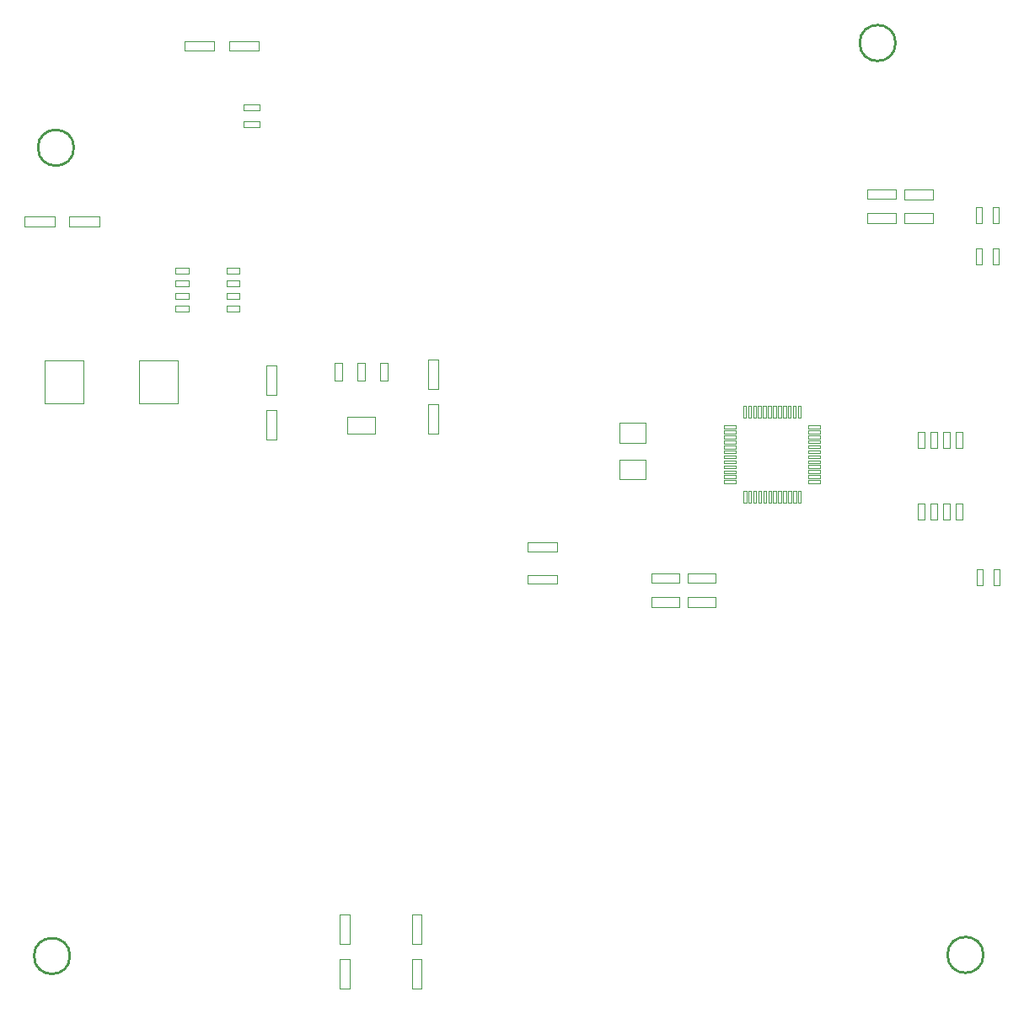
<source format=gm1>
G04*
G04 #@! TF.GenerationSoftware,Altium Limited,Altium Designer,21.0.8 (223)*
G04*
G04 Layer_Color=16711935*
%FSTAX24Y24*%
%MOIN*%
G70*
G04*
G04 #@! TF.SameCoordinates,802AE027-55FB-4EE0-B797-8BAC3B94A1FA*
G04*
G04*
G04 #@! TF.FilePolarity,Positive*
G04*
G01*
G75*
%ADD10C,0.0100*%
%ADD13C,0.0039*%
%ADD143C,0.0012*%
%ADD144C,0.0020*%
D10*
X012308Y012047D02*
G03*
X012308Y012047I-00071J0D01*
G01*
X044962Y048189D02*
G03*
X044962Y048189I-00071J0D01*
G01*
X048436Y012092D02*
G03*
X048436Y012092I-00071J0D01*
G01*
X012462Y044043D02*
G03*
X012462Y044043I-00071J0D01*
G01*
D13*
X031575Y028061D02*
Y028415D01*
X030394D02*
X031575D01*
X030394Y028061D02*
Y028415D01*
Y028061D02*
X031575D01*
X030394Y027136D02*
X030394Y026781D01*
X031575D01*
X031575Y027136D01*
X030394D02*
X031575D01*
D143*
X012283Y040929D02*
Y041323D01*
Y040929D02*
X013465D01*
Y041323D01*
X012283D02*
X013465D01*
X011693Y040929D02*
Y041323D01*
X010512Y040929D02*
X011693D01*
X010512D02*
Y041323D01*
X011693D01*
X048832Y026729D02*
X049068D01*
Y027359D01*
X048832D02*
X049068D01*
X048832Y026729D02*
Y027359D01*
X048163D02*
X048399D01*
X048163Y026729D02*
Y027359D01*
Y026729D02*
X048399D01*
Y027359D01*
X019185Y044854D02*
Y045091D01*
Y044854D02*
X019815D01*
Y045091D01*
X019185D02*
X019815D01*
Y045524D02*
Y04576D01*
X019185D02*
X019815D01*
X019185Y045524D02*
Y04576D01*
Y045524D02*
X019815D01*
X048807Y041065D02*
Y041695D01*
X049043D01*
Y041065D02*
Y041695D01*
X048807Y041065D02*
X049043D01*
X048374Y041065D02*
Y041695D01*
X048138Y041065D02*
X048374Y041065D01*
X048138Y041065D02*
Y041695D01*
X048374Y041695D01*
X01861Y047875D02*
X019791D01*
Y048269D01*
X01861D02*
X019791D01*
X01861Y047875D02*
Y048269D01*
X016838Y047875D02*
X018019D01*
X016838D02*
Y048269D01*
X018019D01*
Y047875D02*
Y048269D01*
X020075Y034248D02*
X020468D01*
Y035429D01*
X020075D02*
X020468D01*
X020075Y034248D02*
Y035429D01*
Y033657D02*
X020468D01*
Y032476D02*
Y033657D01*
X020075Y032476D02*
X020468D01*
X020075D02*
Y033657D01*
X018492Y039278D02*
X019004D01*
Y039073D02*
Y039278D01*
X018492Y039073D02*
X019004D01*
X018492D02*
Y039278D01*
Y038778D02*
X019004D01*
Y038573D02*
Y038778D01*
X018492Y038573D02*
X019004D01*
X018492D02*
Y038778D01*
Y038278D02*
X019004D01*
Y038073D02*
Y038278D01*
X018492Y038073D02*
X019004D01*
X018492D02*
Y038278D01*
Y037778D02*
X019004D01*
Y037573D02*
Y037778D01*
X018492Y037573D02*
X019004D01*
X018492D02*
Y037778D01*
X019004D01*
Y037573D02*
Y037778D01*
X018492Y037573D02*
X019004D01*
X018492D02*
Y037778D01*
X016484Y037573D02*
X016996D01*
X016484D02*
Y037778D01*
X016996D01*
Y037573D02*
Y037778D01*
X016484Y038073D02*
X016996D01*
X016484D02*
Y038278D01*
X016996D01*
Y038073D02*
Y038278D01*
X016484Y038573D02*
X016996D01*
X016484D02*
Y038778D01*
X016996D01*
Y038573D02*
Y038778D01*
X016484Y039073D02*
X016996D01*
X016484D02*
Y039278D01*
X016996D01*
Y039073D02*
Y039278D01*
X016484Y039073D02*
X016996D01*
X016484D02*
Y039278D01*
X016996D01*
Y039073D02*
Y039278D01*
X048134Y040063D02*
X04837D01*
X048134Y039433D02*
Y040063D01*
Y039433D02*
X04837D01*
Y040063D01*
X048803Y039433D02*
X049039D01*
Y040063D01*
X048803D02*
X049039D01*
X048803Y039433D02*
Y040063D01*
X022984Y010752D02*
Y011933D01*
Y010752D02*
X023378D01*
Y011933D01*
X022984D02*
X023378D01*
X022984Y012524D02*
Y013705D01*
X023378D01*
Y012524D02*
Y013705D01*
X022984Y012524D02*
X023378D01*
X025831Y010752D02*
Y011933D01*
Y010752D02*
X026224D01*
Y011933D01*
X025831D02*
X026224D01*
X025831Y012524D02*
Y013705D01*
X026224D01*
Y012524D02*
Y013705D01*
X025831Y012524D02*
X026224D01*
X045856Y032165D02*
X046093D01*
X045856D02*
Y032795D01*
X046093D01*
Y032165D02*
Y032795D01*
X046356Y032165D02*
X046593D01*
X046356D02*
Y032795D01*
X046593D01*
Y032165D02*
Y032795D01*
X046856Y032165D02*
X047093D01*
X046856D02*
Y032795D01*
X047093D01*
Y032165D02*
Y032795D01*
X047356Y032165D02*
X047593D01*
X047356D02*
Y032795D01*
X047593D01*
Y032165D02*
Y032795D01*
X047356Y032165D02*
X047593D01*
X047356D02*
Y032795D01*
X047593D01*
Y032165D02*
Y032795D01*
X047356Y029961D02*
X047593D01*
Y029331D02*
Y029961D01*
X047356Y029331D02*
X047593D01*
X047356D02*
Y029961D01*
X046856D02*
X047093D01*
Y029331D02*
Y029961D01*
X046856Y029331D02*
X047093D01*
X046856D02*
Y029961D01*
X046356D02*
X046593D01*
Y029331D02*
Y029961D01*
X046356Y029331D02*
X046593D01*
X046356D02*
Y029961D01*
X045856D02*
X046093D01*
Y029331D02*
Y029961D01*
X045856Y029331D02*
X046093D01*
X045856D02*
Y029961D01*
X046093D01*
Y029331D02*
Y029961D01*
X045856Y029331D02*
X046093D01*
X045856D02*
Y029961D01*
X011307Y035614D02*
X012843D01*
X011307Y033921D02*
Y035614D01*
Y033921D02*
X012843D01*
Y035614D01*
X015047Y033921D02*
X016583D01*
Y035614D01*
X015047D02*
X016583D01*
X015047Y033921D02*
Y035614D01*
X026476Y033894D02*
X02687D01*
X026476Y032713D02*
Y033894D01*
Y032713D02*
X02687D01*
Y033894D01*
X026476Y034484D02*
X02687D01*
X026476D02*
Y035665D01*
X02687D01*
Y034484D02*
Y035665D01*
D144*
X043858Y042008D02*
X044961D01*
X043858D02*
Y042402D01*
X044961D01*
Y042008D02*
Y042402D01*
X043858Y041457D02*
X044961D01*
Y041063D02*
Y041457D01*
X043858Y041063D02*
X044961D01*
X043858D02*
Y041457D01*
X045323Y042D02*
X046425D01*
X045323D02*
Y042394D01*
X046425D01*
Y042D02*
Y042394D01*
X045323Y041449D02*
X046425D01*
Y041055D02*
Y041449D01*
X045323Y041055D02*
X046425D01*
X045323D02*
Y041449D01*
X024724Y034821D02*
X024862D01*
Y03551D01*
X024587D02*
X024862D01*
X024587Y034821D02*
Y03551D01*
X023823Y034821D02*
X023961D01*
Y03551D01*
X023685D02*
X023961D01*
X023685Y034821D02*
Y03551D01*
Y034821D02*
X023892D01*
X022921D02*
X023059D01*
Y03551D01*
X022783D02*
X023059D01*
X022783Y034821D02*
Y03551D01*
Y034821D02*
X02299D01*
X024587D02*
X024793D01*
X023681Y032708D02*
X02437D01*
Y033381D01*
X023268D02*
X02437D01*
X023268Y032708D02*
Y033381D01*
Y032708D02*
X023819D01*
X03785Y026811D02*
Y027205D01*
X036748D02*
X03785D01*
X036748Y026811D02*
Y027205D01*
Y026811D02*
X03785D01*
X036748Y025866D02*
Y02626D01*
Y025866D02*
X03785D01*
Y02626D01*
X036748D02*
X03785D01*
X035307D02*
X036409D01*
Y025866D02*
Y02626D01*
X035307Y025866D02*
X036409D01*
X035307D02*
Y02626D01*
Y026811D02*
X036409D01*
X035307D02*
Y027205D01*
X036409D01*
Y026811D02*
Y027205D01*
X041098Y033815D02*
X041217D01*
X040902D02*
X04102D01*
X041217Y033343D02*
Y033815D01*
X041098Y033343D02*
Y033815D01*
X04102Y033343D02*
Y033815D01*
X040902Y033343D02*
Y033815D01*
X041098Y033343D02*
X041217D01*
X040902D02*
X04102D01*
X041516Y033051D02*
X041988D01*
X041516Y032933D02*
Y033051D01*
X041988Y032933D02*
Y033051D01*
X041516Y032933D02*
X041988D01*
X041516Y032854D02*
X041988D01*
X041516Y032736D02*
Y032854D01*
X041988Y032736D02*
Y032854D01*
X041516Y032736D02*
X041988D01*
X041516Y032657D02*
X041988D01*
Y032539D02*
Y032657D01*
X041516Y032539D02*
Y032657D01*
Y032539D02*
X041988D01*
X041516Y032461D02*
X041988D01*
Y032343D02*
Y032461D01*
X041516Y032343D02*
Y032461D01*
Y032343D02*
X041988D01*
X041516Y032264D02*
X041988D01*
Y032146D02*
Y032264D01*
X041516Y032146D02*
Y032264D01*
Y032146D02*
X041988D01*
X041516Y032067D02*
X041988D01*
X041516Y031949D02*
Y032067D01*
X041988Y031949D02*
Y032067D01*
X041516Y031949D02*
X041988D01*
X040823Y033343D02*
Y033815D01*
X040705D02*
X040823D01*
X040705Y033343D02*
X040823D01*
X040705D02*
Y033815D01*
X040626Y033343D02*
Y033815D01*
X040508D02*
X040626D01*
X040508Y033343D02*
X040626D01*
X040508D02*
Y033815D01*
X040429Y033343D02*
Y033815D01*
X040311D02*
X040429D01*
X040311Y033343D02*
X040429D01*
X040311D02*
Y033815D01*
X040232Y033343D02*
Y033815D01*
X040114Y033343D02*
X040232D01*
X040114Y033815D02*
X040232D01*
X040114Y033343D02*
Y033815D01*
X041516Y03187D02*
X041988D01*
X041516Y031752D02*
Y03187D01*
X041988Y031752D02*
Y03187D01*
X041516Y031752D02*
X041988D01*
X041516Y031673D02*
X041988D01*
Y031555D02*
Y031673D01*
X041516Y031555D02*
Y031673D01*
Y031555D02*
X041988D01*
X041516Y031476D02*
X041988D01*
X041516Y031358D02*
Y031476D01*
X041988Y031358D02*
Y031476D01*
X041516Y031358D02*
X041988D01*
X041516Y03128D02*
X041988D01*
X041516Y031161D02*
Y03128D01*
X041988Y031161D02*
Y03128D01*
X041516Y031161D02*
X041988D01*
X041516Y031083D02*
X041988D01*
X041516Y030965D02*
Y031083D01*
X041988Y030965D02*
Y031083D01*
X041516Y030965D02*
X041988D01*
X041516Y030886D02*
X041988D01*
X041516Y030768D02*
Y030886D01*
X041988Y030768D02*
Y030886D01*
X041516Y030768D02*
X041988D01*
X041106Y030468D02*
X041224D01*
X040909D02*
X041028D01*
X041224Y029996D02*
Y030468D01*
X041106Y029996D02*
Y030468D01*
X041028Y029996D02*
Y030468D01*
X040909Y029996D02*
Y030468D01*
X041106Y029996D02*
X041224D01*
X040909D02*
X041028D01*
X040831D02*
Y030468D01*
X040713Y029996D02*
X040831D01*
X040713Y030468D02*
X040831D01*
X040713Y029996D02*
Y030468D01*
X040634Y029996D02*
Y030468D01*
X040516Y029996D02*
X040634D01*
X040516Y030468D02*
X040634D01*
X040516Y029996D02*
Y030468D01*
X040437Y029996D02*
Y030468D01*
X040319Y029996D02*
X040437D01*
X040319Y030468D02*
X040437D01*
X040319Y029996D02*
Y030468D01*
X04024Y029996D02*
Y030468D01*
X040122D02*
X04024D01*
X040122Y029996D02*
X04024D01*
X040122D02*
Y030468D01*
X03972Y033815D02*
X039839D01*
X039327D02*
X039445D01*
X039917D02*
X040035D01*
X039524D02*
X039642D01*
X03913D02*
X039248D01*
X038933D02*
X039051D01*
X040035Y033343D02*
Y033815D01*
X039642Y033343D02*
Y033815D01*
X039327Y033343D02*
Y033815D01*
X039917Y033343D02*
Y033815D01*
X039839Y033343D02*
Y033815D01*
X039248Y033343D02*
Y033815D01*
X039524Y033343D02*
Y033815D01*
X03972Y033343D02*
Y033815D01*
X039445Y033343D02*
Y033815D01*
X03913Y033343D02*
Y033815D01*
X039051Y033343D02*
Y033815D01*
X038933Y033343D02*
Y033815D01*
X039917Y033343D02*
X040035D01*
X039327D02*
X039445D01*
X039524D02*
X039642D01*
X03972D02*
X039839D01*
X03913D02*
X039248D01*
X038933D02*
X039051D01*
X038642Y032925D02*
Y033043D01*
Y032728D02*
Y032846D01*
X038169Y032728D02*
X038642D01*
X038169Y03265D02*
X038642D01*
Y032531D02*
Y03265D01*
Y032335D02*
Y032453D01*
Y032138D02*
Y032256D01*
Y031941D02*
Y032059D01*
X038169Y033043D02*
X038642D01*
X038169Y032531D02*
X038642D01*
X038169Y032846D02*
X038642D01*
X038169Y032925D02*
X038642D01*
X038169Y032453D02*
X038642D01*
X038169Y032256D02*
X038642D01*
X038169Y032138D02*
X038642D01*
X038169Y032335D02*
X038642D01*
X038169Y032059D02*
X038642D01*
X038169Y031941D02*
X038642D01*
X038169Y032728D02*
Y032846D01*
Y032531D02*
Y03265D01*
Y032925D02*
Y033043D01*
Y032138D02*
Y032256D01*
Y032335D02*
Y032453D01*
Y031941D02*
Y032059D01*
X038642Y031744D02*
Y031862D01*
Y031547D02*
Y031665D01*
Y03135D02*
Y031468D01*
Y031154D02*
Y031272D01*
X038169Y031154D02*
X038642D01*
X038169Y031075D02*
X038642D01*
Y030957D02*
Y031075D01*
Y03076D02*
Y030878D01*
X039532Y030468D02*
X03965D01*
X038941D02*
X039059D01*
X039728D02*
X039846D01*
X039138D02*
X039256D01*
X039925D02*
X040043D01*
X039335D02*
X039453D01*
X039728Y029996D02*
Y030468D01*
X039846Y029996D02*
Y030468D01*
X039925Y029996D02*
Y030468D01*
X039335Y029996D02*
Y030468D01*
X039453Y029996D02*
Y030468D01*
X039256Y029996D02*
Y030468D01*
X039532Y029996D02*
Y030468D01*
X03965Y029996D02*
Y030468D01*
X039059Y029996D02*
Y030468D01*
X038941Y029996D02*
Y030468D01*
X040043Y029996D02*
Y030468D01*
X039138Y029996D02*
Y030468D01*
Y029996D02*
X039256D01*
X039532D02*
X03965D01*
X039728D02*
X039846D01*
X039335D02*
X039453D01*
X038941D02*
X039059D01*
X039925D02*
X040043D01*
X038169Y030957D02*
X038642D01*
X038169Y030878D02*
X038642D01*
X038169Y031862D02*
X038642D01*
X038169Y03076D02*
X038642D01*
X038169Y031744D02*
X038642D01*
X038169Y031665D02*
X038642D01*
X038169Y031547D02*
X038642D01*
X038169Y031468D02*
X038642D01*
X038169Y03135D02*
X038642D01*
X038169Y031272D02*
X038642D01*
X038169Y03076D02*
Y030878D01*
Y031154D02*
Y031272D01*
Y03135D02*
Y031468D01*
Y031547D02*
Y031665D01*
Y031744D02*
Y031862D01*
Y030957D02*
Y031075D01*
X034035Y031701D02*
X035059D01*
Y030913D02*
Y031701D01*
X034035Y030913D02*
X035059D01*
X034035D02*
Y031701D01*
Y03237D02*
X035059D01*
X034035D02*
Y033157D01*
X035059D01*
Y03237D02*
Y033157D01*
M02*

</source>
